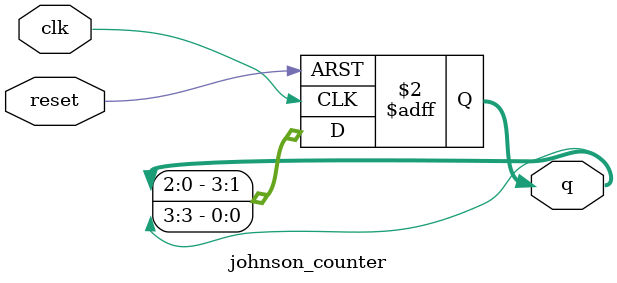
<source format=v>

module johnson_counter(
    input wire clk, // Clock input
    input wire reset, // Reset input
    output reg [3:0] q // Output
);

always @(posedge clk or posedge reset)
begin
    if (reset)
        q <= 4'b0001; // Reset to initial state
    else
        q <= {q[2:0], q[3]}; // Shift right
end

endmodule

</source>
